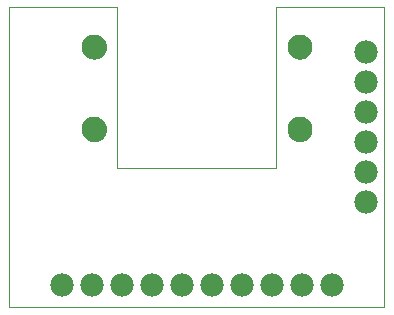
<source format=gbs>
G75*
%MOIN*%
%OFA0B0*%
%FSLAX25Y25*%
%IPPOS*%
%LPD*%
%AMOC8*
5,1,8,0,0,1.08239X$1,22.5*
%
%ADD10C,0.00000*%
%ADD11C,0.08274*%
%ADD12C,0.07800*%
D10*
X0001643Y0001500D02*
X0001643Y0101500D01*
X0037643Y0101500D01*
X0037643Y0048000D01*
X0090643Y0048000D01*
X0090643Y0101500D01*
X0126643Y0101500D01*
X0126643Y0001500D01*
X0001643Y0001500D01*
X0025956Y0060850D02*
X0025958Y0060975D01*
X0025964Y0061100D01*
X0025974Y0061224D01*
X0025988Y0061348D01*
X0026005Y0061472D01*
X0026027Y0061595D01*
X0026053Y0061717D01*
X0026082Y0061839D01*
X0026115Y0061959D01*
X0026153Y0062078D01*
X0026193Y0062197D01*
X0026238Y0062313D01*
X0026286Y0062428D01*
X0026338Y0062542D01*
X0026394Y0062654D01*
X0026453Y0062764D01*
X0026515Y0062872D01*
X0026581Y0062979D01*
X0026650Y0063083D01*
X0026723Y0063184D01*
X0026798Y0063284D01*
X0026877Y0063381D01*
X0026959Y0063475D01*
X0027044Y0063567D01*
X0027131Y0063656D01*
X0027222Y0063742D01*
X0027315Y0063825D01*
X0027411Y0063906D01*
X0027509Y0063983D01*
X0027609Y0064057D01*
X0027712Y0064128D01*
X0027817Y0064195D01*
X0027925Y0064260D01*
X0028034Y0064320D01*
X0028145Y0064378D01*
X0028258Y0064431D01*
X0028372Y0064481D01*
X0028488Y0064528D01*
X0028605Y0064570D01*
X0028724Y0064609D01*
X0028844Y0064645D01*
X0028965Y0064676D01*
X0029087Y0064704D01*
X0029209Y0064727D01*
X0029333Y0064747D01*
X0029457Y0064763D01*
X0029581Y0064775D01*
X0029706Y0064783D01*
X0029831Y0064787D01*
X0029955Y0064787D01*
X0030080Y0064783D01*
X0030205Y0064775D01*
X0030329Y0064763D01*
X0030453Y0064747D01*
X0030577Y0064727D01*
X0030699Y0064704D01*
X0030821Y0064676D01*
X0030942Y0064645D01*
X0031062Y0064609D01*
X0031181Y0064570D01*
X0031298Y0064528D01*
X0031414Y0064481D01*
X0031528Y0064431D01*
X0031641Y0064378D01*
X0031752Y0064320D01*
X0031862Y0064260D01*
X0031969Y0064195D01*
X0032074Y0064128D01*
X0032177Y0064057D01*
X0032277Y0063983D01*
X0032375Y0063906D01*
X0032471Y0063825D01*
X0032564Y0063742D01*
X0032655Y0063656D01*
X0032742Y0063567D01*
X0032827Y0063475D01*
X0032909Y0063381D01*
X0032988Y0063284D01*
X0033063Y0063184D01*
X0033136Y0063083D01*
X0033205Y0062979D01*
X0033271Y0062872D01*
X0033333Y0062764D01*
X0033392Y0062654D01*
X0033448Y0062542D01*
X0033500Y0062428D01*
X0033548Y0062313D01*
X0033593Y0062197D01*
X0033633Y0062078D01*
X0033671Y0061959D01*
X0033704Y0061839D01*
X0033733Y0061717D01*
X0033759Y0061595D01*
X0033781Y0061472D01*
X0033798Y0061348D01*
X0033812Y0061224D01*
X0033822Y0061100D01*
X0033828Y0060975D01*
X0033830Y0060850D01*
X0033828Y0060725D01*
X0033822Y0060600D01*
X0033812Y0060476D01*
X0033798Y0060352D01*
X0033781Y0060228D01*
X0033759Y0060105D01*
X0033733Y0059983D01*
X0033704Y0059861D01*
X0033671Y0059741D01*
X0033633Y0059622D01*
X0033593Y0059503D01*
X0033548Y0059387D01*
X0033500Y0059272D01*
X0033448Y0059158D01*
X0033392Y0059046D01*
X0033333Y0058936D01*
X0033271Y0058828D01*
X0033205Y0058721D01*
X0033136Y0058617D01*
X0033063Y0058516D01*
X0032988Y0058416D01*
X0032909Y0058319D01*
X0032827Y0058225D01*
X0032742Y0058133D01*
X0032655Y0058044D01*
X0032564Y0057958D01*
X0032471Y0057875D01*
X0032375Y0057794D01*
X0032277Y0057717D01*
X0032177Y0057643D01*
X0032074Y0057572D01*
X0031969Y0057505D01*
X0031861Y0057440D01*
X0031752Y0057380D01*
X0031641Y0057322D01*
X0031528Y0057269D01*
X0031414Y0057219D01*
X0031298Y0057172D01*
X0031181Y0057130D01*
X0031062Y0057091D01*
X0030942Y0057055D01*
X0030821Y0057024D01*
X0030699Y0056996D01*
X0030577Y0056973D01*
X0030453Y0056953D01*
X0030329Y0056937D01*
X0030205Y0056925D01*
X0030080Y0056917D01*
X0029955Y0056913D01*
X0029831Y0056913D01*
X0029706Y0056917D01*
X0029581Y0056925D01*
X0029457Y0056937D01*
X0029333Y0056953D01*
X0029209Y0056973D01*
X0029087Y0056996D01*
X0028965Y0057024D01*
X0028844Y0057055D01*
X0028724Y0057091D01*
X0028605Y0057130D01*
X0028488Y0057172D01*
X0028372Y0057219D01*
X0028258Y0057269D01*
X0028145Y0057322D01*
X0028034Y0057380D01*
X0027924Y0057440D01*
X0027817Y0057505D01*
X0027712Y0057572D01*
X0027609Y0057643D01*
X0027509Y0057717D01*
X0027411Y0057794D01*
X0027315Y0057875D01*
X0027222Y0057958D01*
X0027131Y0058044D01*
X0027044Y0058133D01*
X0026959Y0058225D01*
X0026877Y0058319D01*
X0026798Y0058416D01*
X0026723Y0058516D01*
X0026650Y0058617D01*
X0026581Y0058721D01*
X0026515Y0058828D01*
X0026453Y0058936D01*
X0026394Y0059046D01*
X0026338Y0059158D01*
X0026286Y0059272D01*
X0026238Y0059387D01*
X0026193Y0059503D01*
X0026153Y0059622D01*
X0026115Y0059741D01*
X0026082Y0059861D01*
X0026053Y0059983D01*
X0026027Y0060105D01*
X0026005Y0060228D01*
X0025988Y0060352D01*
X0025974Y0060476D01*
X0025964Y0060600D01*
X0025958Y0060725D01*
X0025956Y0060850D01*
X0025956Y0088410D02*
X0025958Y0088535D01*
X0025964Y0088660D01*
X0025974Y0088784D01*
X0025988Y0088908D01*
X0026005Y0089032D01*
X0026027Y0089155D01*
X0026053Y0089277D01*
X0026082Y0089399D01*
X0026115Y0089519D01*
X0026153Y0089638D01*
X0026193Y0089757D01*
X0026238Y0089873D01*
X0026286Y0089988D01*
X0026338Y0090102D01*
X0026394Y0090214D01*
X0026453Y0090324D01*
X0026515Y0090432D01*
X0026581Y0090539D01*
X0026650Y0090643D01*
X0026723Y0090744D01*
X0026798Y0090844D01*
X0026877Y0090941D01*
X0026959Y0091035D01*
X0027044Y0091127D01*
X0027131Y0091216D01*
X0027222Y0091302D01*
X0027315Y0091385D01*
X0027411Y0091466D01*
X0027509Y0091543D01*
X0027609Y0091617D01*
X0027712Y0091688D01*
X0027817Y0091755D01*
X0027925Y0091820D01*
X0028034Y0091880D01*
X0028145Y0091938D01*
X0028258Y0091991D01*
X0028372Y0092041D01*
X0028488Y0092088D01*
X0028605Y0092130D01*
X0028724Y0092169D01*
X0028844Y0092205D01*
X0028965Y0092236D01*
X0029087Y0092264D01*
X0029209Y0092287D01*
X0029333Y0092307D01*
X0029457Y0092323D01*
X0029581Y0092335D01*
X0029706Y0092343D01*
X0029831Y0092347D01*
X0029955Y0092347D01*
X0030080Y0092343D01*
X0030205Y0092335D01*
X0030329Y0092323D01*
X0030453Y0092307D01*
X0030577Y0092287D01*
X0030699Y0092264D01*
X0030821Y0092236D01*
X0030942Y0092205D01*
X0031062Y0092169D01*
X0031181Y0092130D01*
X0031298Y0092088D01*
X0031414Y0092041D01*
X0031528Y0091991D01*
X0031641Y0091938D01*
X0031752Y0091880D01*
X0031862Y0091820D01*
X0031969Y0091755D01*
X0032074Y0091688D01*
X0032177Y0091617D01*
X0032277Y0091543D01*
X0032375Y0091466D01*
X0032471Y0091385D01*
X0032564Y0091302D01*
X0032655Y0091216D01*
X0032742Y0091127D01*
X0032827Y0091035D01*
X0032909Y0090941D01*
X0032988Y0090844D01*
X0033063Y0090744D01*
X0033136Y0090643D01*
X0033205Y0090539D01*
X0033271Y0090432D01*
X0033333Y0090324D01*
X0033392Y0090214D01*
X0033448Y0090102D01*
X0033500Y0089988D01*
X0033548Y0089873D01*
X0033593Y0089757D01*
X0033633Y0089638D01*
X0033671Y0089519D01*
X0033704Y0089399D01*
X0033733Y0089277D01*
X0033759Y0089155D01*
X0033781Y0089032D01*
X0033798Y0088908D01*
X0033812Y0088784D01*
X0033822Y0088660D01*
X0033828Y0088535D01*
X0033830Y0088410D01*
X0033828Y0088285D01*
X0033822Y0088160D01*
X0033812Y0088036D01*
X0033798Y0087912D01*
X0033781Y0087788D01*
X0033759Y0087665D01*
X0033733Y0087543D01*
X0033704Y0087421D01*
X0033671Y0087301D01*
X0033633Y0087182D01*
X0033593Y0087063D01*
X0033548Y0086947D01*
X0033500Y0086832D01*
X0033448Y0086718D01*
X0033392Y0086606D01*
X0033333Y0086496D01*
X0033271Y0086388D01*
X0033205Y0086281D01*
X0033136Y0086177D01*
X0033063Y0086076D01*
X0032988Y0085976D01*
X0032909Y0085879D01*
X0032827Y0085785D01*
X0032742Y0085693D01*
X0032655Y0085604D01*
X0032564Y0085518D01*
X0032471Y0085435D01*
X0032375Y0085354D01*
X0032277Y0085277D01*
X0032177Y0085203D01*
X0032074Y0085132D01*
X0031969Y0085065D01*
X0031861Y0085000D01*
X0031752Y0084940D01*
X0031641Y0084882D01*
X0031528Y0084829D01*
X0031414Y0084779D01*
X0031298Y0084732D01*
X0031181Y0084690D01*
X0031062Y0084651D01*
X0030942Y0084615D01*
X0030821Y0084584D01*
X0030699Y0084556D01*
X0030577Y0084533D01*
X0030453Y0084513D01*
X0030329Y0084497D01*
X0030205Y0084485D01*
X0030080Y0084477D01*
X0029955Y0084473D01*
X0029831Y0084473D01*
X0029706Y0084477D01*
X0029581Y0084485D01*
X0029457Y0084497D01*
X0029333Y0084513D01*
X0029209Y0084533D01*
X0029087Y0084556D01*
X0028965Y0084584D01*
X0028844Y0084615D01*
X0028724Y0084651D01*
X0028605Y0084690D01*
X0028488Y0084732D01*
X0028372Y0084779D01*
X0028258Y0084829D01*
X0028145Y0084882D01*
X0028034Y0084940D01*
X0027924Y0085000D01*
X0027817Y0085065D01*
X0027712Y0085132D01*
X0027609Y0085203D01*
X0027509Y0085277D01*
X0027411Y0085354D01*
X0027315Y0085435D01*
X0027222Y0085518D01*
X0027131Y0085604D01*
X0027044Y0085693D01*
X0026959Y0085785D01*
X0026877Y0085879D01*
X0026798Y0085976D01*
X0026723Y0086076D01*
X0026650Y0086177D01*
X0026581Y0086281D01*
X0026515Y0086388D01*
X0026453Y0086496D01*
X0026394Y0086606D01*
X0026338Y0086718D01*
X0026286Y0086832D01*
X0026238Y0086947D01*
X0026193Y0087063D01*
X0026153Y0087182D01*
X0026115Y0087301D01*
X0026082Y0087421D01*
X0026053Y0087543D01*
X0026027Y0087665D01*
X0026005Y0087788D01*
X0025988Y0087912D01*
X0025974Y0088036D01*
X0025964Y0088160D01*
X0025958Y0088285D01*
X0025956Y0088410D01*
X0094456Y0088410D02*
X0094458Y0088535D01*
X0094464Y0088660D01*
X0094474Y0088784D01*
X0094488Y0088908D01*
X0094505Y0089032D01*
X0094527Y0089155D01*
X0094553Y0089277D01*
X0094582Y0089399D01*
X0094615Y0089519D01*
X0094653Y0089638D01*
X0094693Y0089757D01*
X0094738Y0089873D01*
X0094786Y0089988D01*
X0094838Y0090102D01*
X0094894Y0090214D01*
X0094953Y0090324D01*
X0095015Y0090432D01*
X0095081Y0090539D01*
X0095150Y0090643D01*
X0095223Y0090744D01*
X0095298Y0090844D01*
X0095377Y0090941D01*
X0095459Y0091035D01*
X0095544Y0091127D01*
X0095631Y0091216D01*
X0095722Y0091302D01*
X0095815Y0091385D01*
X0095911Y0091466D01*
X0096009Y0091543D01*
X0096109Y0091617D01*
X0096212Y0091688D01*
X0096317Y0091755D01*
X0096425Y0091820D01*
X0096534Y0091880D01*
X0096645Y0091938D01*
X0096758Y0091991D01*
X0096872Y0092041D01*
X0096988Y0092088D01*
X0097105Y0092130D01*
X0097224Y0092169D01*
X0097344Y0092205D01*
X0097465Y0092236D01*
X0097587Y0092264D01*
X0097709Y0092287D01*
X0097833Y0092307D01*
X0097957Y0092323D01*
X0098081Y0092335D01*
X0098206Y0092343D01*
X0098331Y0092347D01*
X0098455Y0092347D01*
X0098580Y0092343D01*
X0098705Y0092335D01*
X0098829Y0092323D01*
X0098953Y0092307D01*
X0099077Y0092287D01*
X0099199Y0092264D01*
X0099321Y0092236D01*
X0099442Y0092205D01*
X0099562Y0092169D01*
X0099681Y0092130D01*
X0099798Y0092088D01*
X0099914Y0092041D01*
X0100028Y0091991D01*
X0100141Y0091938D01*
X0100252Y0091880D01*
X0100362Y0091820D01*
X0100469Y0091755D01*
X0100574Y0091688D01*
X0100677Y0091617D01*
X0100777Y0091543D01*
X0100875Y0091466D01*
X0100971Y0091385D01*
X0101064Y0091302D01*
X0101155Y0091216D01*
X0101242Y0091127D01*
X0101327Y0091035D01*
X0101409Y0090941D01*
X0101488Y0090844D01*
X0101563Y0090744D01*
X0101636Y0090643D01*
X0101705Y0090539D01*
X0101771Y0090432D01*
X0101833Y0090324D01*
X0101892Y0090214D01*
X0101948Y0090102D01*
X0102000Y0089988D01*
X0102048Y0089873D01*
X0102093Y0089757D01*
X0102133Y0089638D01*
X0102171Y0089519D01*
X0102204Y0089399D01*
X0102233Y0089277D01*
X0102259Y0089155D01*
X0102281Y0089032D01*
X0102298Y0088908D01*
X0102312Y0088784D01*
X0102322Y0088660D01*
X0102328Y0088535D01*
X0102330Y0088410D01*
X0102328Y0088285D01*
X0102322Y0088160D01*
X0102312Y0088036D01*
X0102298Y0087912D01*
X0102281Y0087788D01*
X0102259Y0087665D01*
X0102233Y0087543D01*
X0102204Y0087421D01*
X0102171Y0087301D01*
X0102133Y0087182D01*
X0102093Y0087063D01*
X0102048Y0086947D01*
X0102000Y0086832D01*
X0101948Y0086718D01*
X0101892Y0086606D01*
X0101833Y0086496D01*
X0101771Y0086388D01*
X0101705Y0086281D01*
X0101636Y0086177D01*
X0101563Y0086076D01*
X0101488Y0085976D01*
X0101409Y0085879D01*
X0101327Y0085785D01*
X0101242Y0085693D01*
X0101155Y0085604D01*
X0101064Y0085518D01*
X0100971Y0085435D01*
X0100875Y0085354D01*
X0100777Y0085277D01*
X0100677Y0085203D01*
X0100574Y0085132D01*
X0100469Y0085065D01*
X0100361Y0085000D01*
X0100252Y0084940D01*
X0100141Y0084882D01*
X0100028Y0084829D01*
X0099914Y0084779D01*
X0099798Y0084732D01*
X0099681Y0084690D01*
X0099562Y0084651D01*
X0099442Y0084615D01*
X0099321Y0084584D01*
X0099199Y0084556D01*
X0099077Y0084533D01*
X0098953Y0084513D01*
X0098829Y0084497D01*
X0098705Y0084485D01*
X0098580Y0084477D01*
X0098455Y0084473D01*
X0098331Y0084473D01*
X0098206Y0084477D01*
X0098081Y0084485D01*
X0097957Y0084497D01*
X0097833Y0084513D01*
X0097709Y0084533D01*
X0097587Y0084556D01*
X0097465Y0084584D01*
X0097344Y0084615D01*
X0097224Y0084651D01*
X0097105Y0084690D01*
X0096988Y0084732D01*
X0096872Y0084779D01*
X0096758Y0084829D01*
X0096645Y0084882D01*
X0096534Y0084940D01*
X0096424Y0085000D01*
X0096317Y0085065D01*
X0096212Y0085132D01*
X0096109Y0085203D01*
X0096009Y0085277D01*
X0095911Y0085354D01*
X0095815Y0085435D01*
X0095722Y0085518D01*
X0095631Y0085604D01*
X0095544Y0085693D01*
X0095459Y0085785D01*
X0095377Y0085879D01*
X0095298Y0085976D01*
X0095223Y0086076D01*
X0095150Y0086177D01*
X0095081Y0086281D01*
X0095015Y0086388D01*
X0094953Y0086496D01*
X0094894Y0086606D01*
X0094838Y0086718D01*
X0094786Y0086832D01*
X0094738Y0086947D01*
X0094693Y0087063D01*
X0094653Y0087182D01*
X0094615Y0087301D01*
X0094582Y0087421D01*
X0094553Y0087543D01*
X0094527Y0087665D01*
X0094505Y0087788D01*
X0094488Y0087912D01*
X0094474Y0088036D01*
X0094464Y0088160D01*
X0094458Y0088285D01*
X0094456Y0088410D01*
X0094456Y0060850D02*
X0094458Y0060975D01*
X0094464Y0061100D01*
X0094474Y0061224D01*
X0094488Y0061348D01*
X0094505Y0061472D01*
X0094527Y0061595D01*
X0094553Y0061717D01*
X0094582Y0061839D01*
X0094615Y0061959D01*
X0094653Y0062078D01*
X0094693Y0062197D01*
X0094738Y0062313D01*
X0094786Y0062428D01*
X0094838Y0062542D01*
X0094894Y0062654D01*
X0094953Y0062764D01*
X0095015Y0062872D01*
X0095081Y0062979D01*
X0095150Y0063083D01*
X0095223Y0063184D01*
X0095298Y0063284D01*
X0095377Y0063381D01*
X0095459Y0063475D01*
X0095544Y0063567D01*
X0095631Y0063656D01*
X0095722Y0063742D01*
X0095815Y0063825D01*
X0095911Y0063906D01*
X0096009Y0063983D01*
X0096109Y0064057D01*
X0096212Y0064128D01*
X0096317Y0064195D01*
X0096425Y0064260D01*
X0096534Y0064320D01*
X0096645Y0064378D01*
X0096758Y0064431D01*
X0096872Y0064481D01*
X0096988Y0064528D01*
X0097105Y0064570D01*
X0097224Y0064609D01*
X0097344Y0064645D01*
X0097465Y0064676D01*
X0097587Y0064704D01*
X0097709Y0064727D01*
X0097833Y0064747D01*
X0097957Y0064763D01*
X0098081Y0064775D01*
X0098206Y0064783D01*
X0098331Y0064787D01*
X0098455Y0064787D01*
X0098580Y0064783D01*
X0098705Y0064775D01*
X0098829Y0064763D01*
X0098953Y0064747D01*
X0099077Y0064727D01*
X0099199Y0064704D01*
X0099321Y0064676D01*
X0099442Y0064645D01*
X0099562Y0064609D01*
X0099681Y0064570D01*
X0099798Y0064528D01*
X0099914Y0064481D01*
X0100028Y0064431D01*
X0100141Y0064378D01*
X0100252Y0064320D01*
X0100362Y0064260D01*
X0100469Y0064195D01*
X0100574Y0064128D01*
X0100677Y0064057D01*
X0100777Y0063983D01*
X0100875Y0063906D01*
X0100971Y0063825D01*
X0101064Y0063742D01*
X0101155Y0063656D01*
X0101242Y0063567D01*
X0101327Y0063475D01*
X0101409Y0063381D01*
X0101488Y0063284D01*
X0101563Y0063184D01*
X0101636Y0063083D01*
X0101705Y0062979D01*
X0101771Y0062872D01*
X0101833Y0062764D01*
X0101892Y0062654D01*
X0101948Y0062542D01*
X0102000Y0062428D01*
X0102048Y0062313D01*
X0102093Y0062197D01*
X0102133Y0062078D01*
X0102171Y0061959D01*
X0102204Y0061839D01*
X0102233Y0061717D01*
X0102259Y0061595D01*
X0102281Y0061472D01*
X0102298Y0061348D01*
X0102312Y0061224D01*
X0102322Y0061100D01*
X0102328Y0060975D01*
X0102330Y0060850D01*
X0102328Y0060725D01*
X0102322Y0060600D01*
X0102312Y0060476D01*
X0102298Y0060352D01*
X0102281Y0060228D01*
X0102259Y0060105D01*
X0102233Y0059983D01*
X0102204Y0059861D01*
X0102171Y0059741D01*
X0102133Y0059622D01*
X0102093Y0059503D01*
X0102048Y0059387D01*
X0102000Y0059272D01*
X0101948Y0059158D01*
X0101892Y0059046D01*
X0101833Y0058936D01*
X0101771Y0058828D01*
X0101705Y0058721D01*
X0101636Y0058617D01*
X0101563Y0058516D01*
X0101488Y0058416D01*
X0101409Y0058319D01*
X0101327Y0058225D01*
X0101242Y0058133D01*
X0101155Y0058044D01*
X0101064Y0057958D01*
X0100971Y0057875D01*
X0100875Y0057794D01*
X0100777Y0057717D01*
X0100677Y0057643D01*
X0100574Y0057572D01*
X0100469Y0057505D01*
X0100361Y0057440D01*
X0100252Y0057380D01*
X0100141Y0057322D01*
X0100028Y0057269D01*
X0099914Y0057219D01*
X0099798Y0057172D01*
X0099681Y0057130D01*
X0099562Y0057091D01*
X0099442Y0057055D01*
X0099321Y0057024D01*
X0099199Y0056996D01*
X0099077Y0056973D01*
X0098953Y0056953D01*
X0098829Y0056937D01*
X0098705Y0056925D01*
X0098580Y0056917D01*
X0098455Y0056913D01*
X0098331Y0056913D01*
X0098206Y0056917D01*
X0098081Y0056925D01*
X0097957Y0056937D01*
X0097833Y0056953D01*
X0097709Y0056973D01*
X0097587Y0056996D01*
X0097465Y0057024D01*
X0097344Y0057055D01*
X0097224Y0057091D01*
X0097105Y0057130D01*
X0096988Y0057172D01*
X0096872Y0057219D01*
X0096758Y0057269D01*
X0096645Y0057322D01*
X0096534Y0057380D01*
X0096424Y0057440D01*
X0096317Y0057505D01*
X0096212Y0057572D01*
X0096109Y0057643D01*
X0096009Y0057717D01*
X0095911Y0057794D01*
X0095815Y0057875D01*
X0095722Y0057958D01*
X0095631Y0058044D01*
X0095544Y0058133D01*
X0095459Y0058225D01*
X0095377Y0058319D01*
X0095298Y0058416D01*
X0095223Y0058516D01*
X0095150Y0058617D01*
X0095081Y0058721D01*
X0095015Y0058828D01*
X0094953Y0058936D01*
X0094894Y0059046D01*
X0094838Y0059158D01*
X0094786Y0059272D01*
X0094738Y0059387D01*
X0094693Y0059503D01*
X0094653Y0059622D01*
X0094615Y0059741D01*
X0094582Y0059861D01*
X0094553Y0059983D01*
X0094527Y0060105D01*
X0094505Y0060228D01*
X0094488Y0060352D01*
X0094474Y0060476D01*
X0094464Y0060600D01*
X0094458Y0060725D01*
X0094456Y0060850D01*
D11*
X0098393Y0060850D03*
X0098393Y0088410D03*
X0029893Y0088410D03*
X0029893Y0060850D03*
D12*
X0029143Y0009000D03*
X0019143Y0009000D03*
X0039143Y0009000D03*
X0049143Y0009000D03*
X0059143Y0009000D03*
X0069143Y0009000D03*
X0079143Y0009000D03*
X0089143Y0009000D03*
X0099143Y0009000D03*
X0109143Y0009000D03*
X0120393Y0036500D03*
X0120393Y0046500D03*
X0120393Y0056500D03*
X0120393Y0066500D03*
X0120393Y0076500D03*
X0120393Y0086500D03*
M02*

</source>
